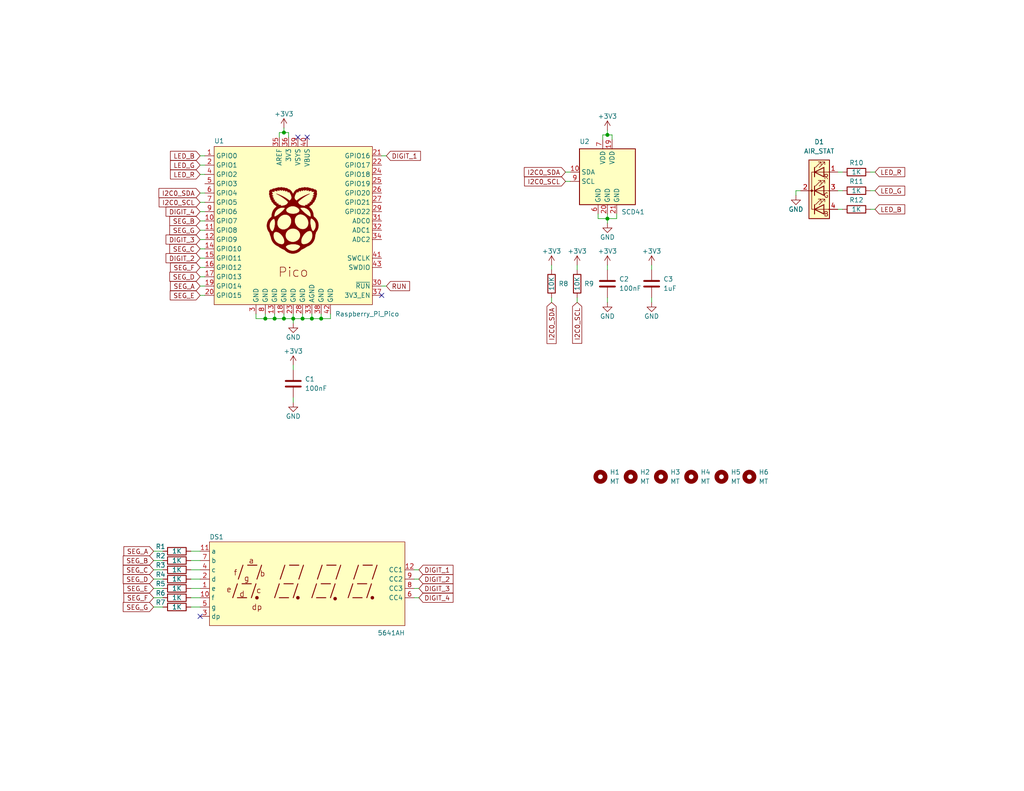
<source format=kicad_sch>
(kicad_sch (version 20211123) (generator eeschema)
  (paper "A")
  (title_block (title "Raspberry Pi Pico SCD41 CO2 Meter") (date "2022-07-16") (rev "1A") (company "MKEngineering") (comment 1 "Author: Mike Kushnerik"))
  (lib_symbols
    (symbol "Device:C" (pin_numbers hide) (pin_names (offset 0.254))
      (property "Reference" "C" (at 0.635 2.54 0))
      (property "Value" "C" (at 0.635 -2.54 0))
      (symbol "C_1_1"
        (pin passive line (at 0 3.81 270) (length 2.794) (name "~") (number "1"))
        (pin passive line (at 0 -3.81 90) (length 2.794) (name "~") (number "2"))
      )
    )
    (symbol "Device:LED_RKGB" (pin_names (offset 0) hide)
      (property "Reference" "D" (at 0 9.398 0))
      (property "Value" "LED_RKGB" (at 0 -8.89 0))
      (symbol "LED_RKGB_0_0"
        (text "B" (at 1.905 -6.35 0) (effects (font (size 1.27 1.27))))
        (text "G" (at 1.905 -1.27 0) (effects (font (size 1.27 1.27))))
        (text "R" (at 1.905 3.81 0) (effects (font (size 1.27 1.27))))
      )
      (symbol "LED_RKGB_1_1"
        (pin passive line (at 5.08 5.08 180) (length 2.54) (name "RA") (number "1"))
        (pin passive line (at -5.08 0 0) (length 2.54) (name "K") (number "2"))
        (pin passive line (at 5.08 0 180) (length 2.54) (name "GA") (number "3"))
        (pin passive line (at 5.08 -5.08 180) (length 2.54) (name "BA") (number "4"))
      )
    )
    (symbol "Device:R" (pin_numbers hide) (pin_names (offset 0))
      (property "Reference" "R" (at 2.032 0 90))
      (property "Value" "R" (at 0 0 90))
      (symbol "R_1_1"
        (pin passive line (at 0 3.81 270) (length 1.27) (name "~") (number "1"))
        (pin passive line (at 0 -3.81 90) (length 1.27) (name "~") (number "2"))
      )
    )
    (symbol "Mechanical:MountingHole" (pin_names (offset 1.016))
      (property "Reference" "H" (at 0 5.08 0))
      (property "Value" "MountingHole" (at 0 3.175 0))
    )
    (symbol "pico-scd4x-co2-monitor:5641AH"
      (property "Reference" "DS" (at -26.67 12.7 0))
      (property "Value" "5641AH" (at 26.67 -12.7 0))
      (symbol "5641AH_0_0"
        (text "a" (at -15.24 6.35 0) (effects (font (size 1.524 1.524))))
        (text "b" (at -12.192 2.794 0) (effects (font (size 1.524 1.524))))
        (text "c" (at -13.208 -1.778 0) (effects (font (size 1.524 1.524))))
        (text "d" (at -17.78 -2.794 0) (effects (font (size 1.524 1.524))))
        (text "dp" (at -13.716 -6.35 0) (effects (font (size 1.524 1.524))))
        (text "e" (at -21.336 -1.524 0) (effects (font (size 1.524 1.524))))
        (text "f" (at -19.558 3.048 0) (effects (font (size 1.524 1.524))))
        (text "g" (at -16.51 1.524 0) (effects (font (size 1.524 1.524))))
      )
      (symbol "5641AH_1_1"
        (pin input line (at -29.21 -1.27 0) (length 2.54) (name "e") (number "1"))
        (pin input line (at -29.21 -3.81 0) (length 2.54) (name "f") (number "10"))
        (pin input line (at -29.21 8.89 0) (length 2.54) (name "a") (number "11"))
        (pin input line (at 29.21 3.81 180) (length 2.54) (name "CC1") (number "12"))
        (pin input line (at -29.21 1.27 0) (length 2.54) (name "d") (number "2"))
        (pin input line (at -29.21 -8.89 0) (length 2.54) (name "dp") (number "3"))
        (pin input line (at -29.21 3.81 0) (length 2.54) (name "c") (number "4"))
        (pin input line (at -29.21 -6.35 0) (length 2.54) (name "g") (number "5"))
        (pin input line (at 29.21 -3.81 180) (length 2.54) (name "CC4") (number "6"))
        (pin input line (at -29.21 6.35 0) (length 2.54) (name "b") (number "7"))
        (pin input line (at 29.21 -1.27 180) (length 2.54) (name "CC3") (number "8"))
        (pin input line (at 29.21 1.27 180) (length 2.54) (name "CC2") (number "9"))
      )
    )
    (symbol "pico-scd4x-co2-monitor:Raspberry_Pi_Pico"
      (property "Reference" "U" (at -21.59 22.86 0))
      (property "Value" "Raspberry_Pi_Pico" (at 12.7 -22.86 0))
      (symbol "Raspberry_Pi_Pico_0_0"
        (text "Pico" (at 0 -12.7 0) (effects (font (size 2.543 2.543))))
      )
      (symbol "Raspberry_Pi_Pico_1_1"
        (pin bidirectional line (at -24.13 19.05 0) (length 2.54) (name "GPIO0") (number "1"))
        (pin bidirectional line (at -24.13 1.27 0) (length 2.54) (name "GPIO7") (number "10"))
        (pin bidirectional line (at -24.13 -1.27 0) (length 2.54) (name "GPIO8") (number "11"))
        (pin bidirectional line (at -24.13 -3.81 0) (length 2.54) (name "GPIO9") (number "12"))
        (pin power_in line (at -5.08 -24.13 90) (length 2.54) (name "GND") (number "13"))
        (pin bidirectional line (at -24.13 -6.35 0) (length 2.54) (name "GPIO10") (number "14"))
        (pin bidirectional line (at -24.13 -8.89 0) (length 2.54) (name "GPIO11") (number "15"))
        (pin bidirectional line (at -24.13 -11.43 0) (length 2.54) (name "GPIO12") (number "16"))
        (pin bidirectional line (at -24.13 -13.97 0) (length 2.54) (name "GPIO13") (number "17"))
        (pin power_in line (at -2.54 -24.13 90) (length 2.54) (name "GND") (number "18"))
        (pin bidirectional line (at -24.13 -16.51 0) (length 2.54) (name "GPIO14") (number "19"))
        (pin bidirectional line (at -24.13 16.51 0) (length 2.54) (name "GPIO1") (number "2"))
        (pin bidirectional line (at -24.13 -19.05 0) (length 2.54) (name "GPIO15") (number "20"))
        (pin bidirectional line (at 24.13 19.05 180) (length 2.54) (name "GPIO16") (number "21"))
        (pin bidirectional line (at 24.13 16.51 180) (length 2.54) (name "GPIO17") (number "22"))
        (pin power_in line (at 0 -24.13 90) (length 2.54) (name "GND") (number "23"))
        (pin bidirectional line (at 24.13 13.97 180) (length 2.54) (name "GPIO18") (number "24"))
        (pin bidirectional line (at 24.13 11.43 180) (length 2.54) (name "GPIO19") (number "25"))
        (pin bidirectional line (at 24.13 8.89 180) (length 2.54) (name "GPIO20") (number "26"))
        (pin bidirectional line (at 24.13 6.35 180) (length 2.54) (name "GPIO21") (number "27"))
        (pin power_in line (at 2.54 -24.13 90) (length 2.54) (name "GND") (number "28"))
        (pin bidirectional line (at 24.13 3.81 180) (length 2.54) (name "GPIO22") (number "29"))
        (pin power_in line (at -10.16 -24.13 90) (length 2.54) (name "GND") (number "3"))
        (pin input line (at 24.13 -16.51 180) (length 2.54) (name "~{RUN}") (number "30"))
        (pin bidirectional line (at 24.13 1.27 180) (length 2.54) (name "ADC0") (number "31"))
        (pin bidirectional line (at 24.13 -1.27 180) (length 2.54) (name "ADC1") (number "32"))
        (pin power_in line (at 5.08 -24.13 90) (length 2.54) (name "AGND") (number "33"))
        (pin bidirectional line (at 24.13 -3.81 180) (length 2.54) (name "ADC2") (number "34"))
        (pin power_in line (at -3.81 24.13 270) (length 2.54) (name "AREF") (number "35"))
        (pin power_in line (at -1.27 24.13 270) (length 2.54) (name "3V3") (number "36"))
        (pin input line (at 24.13 -19.05 180) (length 2.54) (name "3V3_EN") (number "37"))
        (pin power_in line (at 7.62 -24.13 90) (length 2.54) (name "GND") (number "38"))
        (pin power_out line (at 1.27 24.13 270) (length 2.54) (name "VSYS") (number "39"))
        (pin bidirectional line (at -24.13 13.97 0) (length 2.54) (name "GPIO2") (number "4"))
        (pin power_in line (at 3.81 24.13 270) (length 2.54) (name "VBUS") (number "40"))
        (pin bidirectional line (at 24.13 -8.89 180) (length 2.54) (name "SWCLK") (number "41"))
        (pin power_in line (at 10.16 -24.13 90) (length 2.54) (name "GND") (number "42"))
        (pin bidirectional line (at 24.13 -11.43 180) (length 2.54) (name "SWDIO") (number "43"))
        (pin bidirectional line (at -24.13 11.43 0) (length 2.54) (name "GPIO3") (number "5"))
        (pin bidirectional line (at -24.13 8.89 0) (length 2.54) (name "GPIO4") (number "6"))
        (pin bidirectional line (at -24.13 6.35 0) (length 2.54) (name "GPIO5") (number "7"))
        (pin power_in line (at -7.62 -24.13 90) (length 2.54) (name "GND") (number "8"))
        (pin bidirectional line (at -24.13 3.81 0) (length 2.54) (name "GPIO6") (number "9"))
      )
    )
    (symbol "pico-scd4x-co2-monitor:SCD41"
      (property "Reference" "U" (at -7.366 9.144 0))
      (property "Value" "SCD41" (at 6.35 -9.144 0))
      (symbol "SCD41_1_1"
        (pin no_connect line (at 22.86 15.24 180) (length 2.54) hide (name "DNC") (number "1"))
        (pin bidirectional line (at -10.16 1.27 0) (length 2.54) (name "SDA") (number "10"))
        (pin no_connect line (at 22.86 0 180) (length 2.54) hide (name "DNC") (number "11"))
        (pin no_connect line (at 22.86 -2.54 180) (length 2.54) hide (name "DNC") (number "12"))
        (pin no_connect line (at 22.86 -5.08 180) (length 2.54) hide (name "DNC") (number "13"))
        (pin no_connect line (at 22.86 -7.62 180) (length 2.54) hide (name "DNC") (number "14"))
        (pin no_connect line (at 22.86 -10.16 180) (length 2.54) hide (name "DNC") (number "15"))
        (pin no_connect line (at 22.86 -12.7 180) (length 2.54) hide (name "DNC") (number "16"))
        (pin no_connect line (at 22.86 -15.24 180) (length 2.54) hide (name "DNC") (number "17"))
        (pin no_connect line (at 22.86 -17.78 180) (length 2.54) hide (name "DNC") (number "18"))
        (pin power_in line (at 1.27 10.16 270) (length 2.54) (name "VDD") (number "19"))
        (pin no_connect line (at 22.86 12.7 180) (length 2.54) hide (name "DNC") (number "2"))
        (pin power_in line (at 0 -10.16 90) (length 2.54) (name "GND") (number "20"))
        (pin power_in line (at 2.54 -10.16 90) (length 2.54) (name "GND") (number "21"))
        (pin no_connect line (at 22.86 10.16 180) (length 2.54) hide (name "DNC") (number "3"))
        (pin no_connect line (at 22.86 7.62 180) (length 2.54) hide (name "DNC") (number "4"))
        (pin no_connect line (at 22.86 5.08 180) (length 2.54) hide (name "DNC") (number "5"))
        (pin power_in line (at -2.54 -10.16 90) (length 2.54) (name "GND") (number "6"))
        (pin power_in line (at -1.27 10.16 270) (length 2.54) (name "VDD") (number "7"))
        (pin no_connect line (at 22.86 2.54 180) (length 2.54) hide (name "DNC") (number "8"))
        (pin input line (at -10.16 -1.27 0) (length 2.54) (name "SCL") (number "9"))
      )
    )
    (symbol "power:+3.3V" (power) (pin_names (offset 0))
      (property "Value" "+3.3V" (at 0 3.556 0))
      (symbol "+3.3V_1_1"
        (pin power_in line (at 0 0 90) (length 0) hide (name "+3V3") (number "1"))
      )
    )
    (symbol "power:GND" (power) (pin_names (offset 0))
      (property "Value" "GND" (at 0 -3.81 0))
      (symbol "GND_1_1"
        (pin power_in line (at 0 0 270) (length 0) hide (name "GND") (number "1"))
      )
    )
  )
  (junction (at 165.735 36.83))
  (junction (at 77.47 36.195))
  (junction (at 80.01 86.995))
  (junction (at 77.47 86.995))
  (junction (at 87.63 86.995))
  (junction (at 72.39 86.995))
  (junction (at 85.09 86.995))
  (junction (at 74.93 86.995))
  (junction (at 165.735 59.69))
  (junction (at 82.55 86.995))
  (no_connect (at 54.61 168.275))
  (no_connect (at 104.14 80.645))
  (no_connect (at 83.82 37.465))
  (no_connect (at 81.28 37.465))
  (wire (pts (xy 113.03 160.655) (xy 114.3 160.655)))
  (wire (pts (xy 74.93 85.725) (xy 74.93 86.995)))
  (wire (pts (xy 87.63 85.725) (xy 87.63 86.995)))
  (wire (pts (xy 87.63 86.995) (xy 85.09 86.995)))
  (wire (pts (xy 41.91 160.655) (xy 44.45 160.655)))
  (wire (pts (xy 237.49 52.07) (xy 238.76 52.07)))
  (wire (pts (xy 52.07 165.735) (xy 54.61 165.735)))
  (wire (pts (xy 77.47 85.725) (xy 77.47 86.995)))
  (wire (pts (xy 41.91 150.495) (xy 44.45 150.495)))
  (wire (pts (xy 154.305 49.53) (xy 155.575 49.53)))
  (wire (pts (xy 72.39 85.725) (xy 72.39 86.995)))
  (wire (pts (xy 165.735 58.42) (xy 165.735 59.69)))
  (wire (pts (xy 78.74 36.195) (xy 77.47 36.195)))
  (wire (pts (xy 104.14 42.545) (xy 105.41 42.545)))
  (wire (pts (xy 77.47 86.995) (xy 80.01 86.995)))
  (wire (pts (xy 154.305 46.99) (xy 155.575 46.99)))
  (wire (pts (xy 228.6 52.07) (xy 229.87 52.07)))
  (wire (pts (xy 52.07 163.195) (xy 54.61 163.195)))
  (wire (pts (xy 78.74 37.465) (xy 78.74 36.195)))
  (wire (pts (xy 167.005 36.83) (xy 165.735 36.83)))
  (wire (pts (xy 41.91 165.735) (xy 44.45 165.735)))
  (wire (pts (xy 82.55 85.725) (xy 82.55 86.995)))
  (wire (pts (xy 177.8 72.39) (xy 177.8 73.66)))
  (wire (pts (xy 54.61 62.865) (xy 55.88 62.865)))
  (wire (pts (xy 41.91 163.195) (xy 44.45 163.195)))
  (wire (pts (xy 168.275 59.69) (xy 165.735 59.69)))
  (wire (pts (xy 163.195 58.42) (xy 163.195 59.69)))
  (wire (pts (xy 54.61 47.625) (xy 55.88 47.625)))
  (wire (pts (xy 157.48 81.28) (xy 157.48 82.55)))
  (wire (pts (xy 217.17 53.34) (xy 217.17 52.07)))
  (wire (pts (xy 54.61 75.565) (xy 55.88 75.565)))
  (wire (pts (xy 150.495 72.39) (xy 150.495 73.66)))
  (wire (pts (xy 54.61 67.945) (xy 55.88 67.945)))
  (wire (pts (xy 82.55 86.995) (xy 80.01 86.995)))
  (wire (pts (xy 228.6 46.99) (xy 229.87 46.99)))
  (wire (pts (xy 157.48 72.39) (xy 157.48 73.66)))
  (wire (pts (xy 113.03 155.575) (xy 114.3 155.575)))
  (wire (pts (xy 228.6 57.15) (xy 229.87 57.15)))
  (wire (pts (xy 164.465 36.83) (xy 165.735 36.83)))
  (wire (pts (xy 54.61 65.405) (xy 55.88 65.405)))
  (wire (pts (xy 54.61 45.085) (xy 55.88 45.085)))
  (wire (pts (xy 177.8 81.28) (xy 177.8 82.55)))
  (wire (pts (xy 80.01 108.585) (xy 80.01 109.855)))
  (wire (pts (xy 52.07 158.115) (xy 54.61 158.115)))
  (wire (pts (xy 237.49 57.15) (xy 238.76 57.15)))
  (wire (pts (xy 52.07 153.035) (xy 54.61 153.035)))
  (wire (pts (xy 54.61 70.485) (xy 55.88 70.485)))
  (wire (pts (xy 150.495 81.28) (xy 150.495 82.55)))
  (wire (pts (xy 76.2 36.195) (xy 77.47 36.195)))
  (wire (pts (xy 168.275 58.42) (xy 168.275 59.69)))
  (wire (pts (xy 52.07 150.495) (xy 54.61 150.495)))
  (wire (pts (xy 54.61 55.245) (xy 55.88 55.245)))
  (wire (pts (xy 41.91 158.115) (xy 44.45 158.115)))
  (wire (pts (xy 76.2 37.465) (xy 76.2 36.195)))
  (wire (pts (xy 54.61 42.545) (xy 55.88 42.545)))
  (wire (pts (xy 113.03 163.195) (xy 114.3 163.195)))
  (wire (pts (xy 85.09 85.725) (xy 85.09 86.995)))
  (wire (pts (xy 163.195 59.69) (xy 165.735 59.69)))
  (wire (pts (xy 52.07 160.655) (xy 54.61 160.655)))
  (wire (pts (xy 54.61 57.785) (xy 55.88 57.785)))
  (wire (pts (xy 104.14 78.105) (xy 105.41 78.105)))
  (wire (pts (xy 69.85 85.725) (xy 69.85 86.995)))
  (wire (pts (xy 52.07 155.575) (xy 54.61 155.575)))
  (wire (pts (xy 72.39 86.995) (xy 74.93 86.995)))
  (wire (pts (xy 80.01 85.725) (xy 80.01 86.995)))
  (wire (pts (xy 167.005 38.1) (xy 167.005 36.83)))
  (wire (pts (xy 165.735 81.28) (xy 165.735 82.55)))
  (wire (pts (xy 90.17 86.995) (xy 87.63 86.995)))
  (wire (pts (xy 80.01 86.995) (xy 80.01 88.265)))
  (wire (pts (xy 54.61 73.025) (xy 55.88 73.025)))
  (wire (pts (xy 90.17 85.725) (xy 90.17 86.995)))
  (wire (pts (xy 165.735 36.83) (xy 165.735 35.56)))
  (wire (pts (xy 54.61 52.705) (xy 55.88 52.705)))
  (wire (pts (xy 165.735 59.69) (xy 165.735 60.96)))
  (wire (pts (xy 54.61 78.105) (xy 55.88 78.105)))
  (wire (pts (xy 54.61 80.645) (xy 55.88 80.645)))
  (wire (pts (xy 41.91 155.575) (xy 44.45 155.575)))
  (wire (pts (xy 113.03 158.115) (xy 114.3 158.115)))
  (wire (pts (xy 74.93 86.995) (xy 77.47 86.995)))
  (wire (pts (xy 85.09 86.995) (xy 82.55 86.995)))
  (wire (pts (xy 77.47 36.195) (xy 77.47 34.925)))
  (wire (pts (xy 69.85 86.995) (xy 72.39 86.995)))
  (wire (pts (xy 217.17 52.07) (xy 218.44 52.07)))
  (wire (pts (xy 165.735 72.39) (xy 165.735 73.66)))
  (wire (pts (xy 41.91 153.035) (xy 44.45 153.035)))
  (wire (pts (xy 237.49 46.99) (xy 238.76 46.99)))
  (wire (pts (xy 54.61 60.325) (xy 55.88 60.325)))
  (wire (pts (xy 164.465 38.1) (xy 164.465 36.83)))
  (wire (pts (xy 80.01 99.695) (xy 80.01 100.965)))
  (global_label "SEG_E" (shape input) (at 54.61 80.645 180) (property "Intersheet References" "${INTERSHEET_REFS}" (effects hide)))
  (global_label "DIGIT_2" (shape input) (at 54.61 70.485 180) (property "Intersheet References" "${INTERSHEET_REFS}" (effects hide)))
  (global_label "SEG_A" (shape input) (at 41.91 150.495 180) (property "Intersheet References" "${INTERSHEET_REFS}" (effects hide)))
  (global_label "SEG_B" (shape input) (at 54.61 60.325 180) (property "Intersheet References" "${INTERSHEET_REFS}" (effects hide)))
  (global_label "LED_G" (shape input) (at 54.61 45.085 180) (property "Intersheet References" "${INTERSHEET_REFS}" (effects hide)))
  (global_label "SEG_B" (shape input) (at 41.91 153.035 180) (property "Intersheet References" "${INTERSHEET_REFS}" (effects hide)))
  (global_label "I2C0_SDA" (shape input) (at 54.61 52.705 180) (property "Intersheet References" "${INTERSHEET_REFS}" (effects hide)))
  (global_label "SEG_F" (shape input) (at 54.61 73.025 180) (property "Intersheet References" "${INTERSHEET_REFS}" (effects hide)))
  (global_label "I2C0_SCL" (shape input) (at 154.305 49.53 180) (property "Intersheet References" "${INTERSHEET_REFS}" (effects hide)))
  (global_label "DIGIT_2" (shape input) (at 114.3 158.115 0) (property "Intersheet References" "${INTERSHEET_REFS}" (effects hide)))
  (global_label "SEG_D" (shape input) (at 41.91 158.115 180) (property "Intersheet References" "${INTERSHEET_REFS}" (effects hide)))
  (global_label "DIGIT_4" (shape input) (at 54.61 57.785 180) (property "Intersheet References" "${INTERSHEET_REFS}" (effects hide)))
  (global_label "LED_B" (shape input) (at 54.61 42.545 180) (property "Intersheet References" "${INTERSHEET_REFS}" (effects hide)))
  (global_label "RUN" (shape input) (at 105.41 78.105 0) (property "Intersheet References" "${INTERSHEET_REFS}" (effects hide)))
  (global_label "LED_B" (shape input) (at 238.76 57.15 0) (property "Intersheet References" "${INTERSHEET_REFS}" (effects hide)))
  (global_label "SEG_G" (shape input) (at 54.61 62.865 180) (property "Intersheet References" "${INTERSHEET_REFS}" (effects hide)))
  (global_label "SEG_G" (shape input) (at 41.91 165.735 180) (property "Intersheet References" "${INTERSHEET_REFS}" (effects hide)))
  (global_label "LED_R" (shape input) (at 238.76 46.99 0) (property "Intersheet References" "${INTERSHEET_REFS}" (effects hide)))
  (global_label "I2C0_SDA" (shape input) (at 150.495 82.55 270) (property "Intersheet References" "${INTERSHEET_REFS}" (effects hide)))
  (global_label "DIGIT_1" (shape input) (at 105.41 42.545 0) (property "Intersheet References" "${INTERSHEET_REFS}" (effects hide)))
  (global_label "DIGIT_3" (shape input) (at 114.3 160.655 0) (property "Intersheet References" "${INTERSHEET_REFS}" (effects hide)))
  (global_label "SEG_C" (shape input) (at 41.91 155.575 180) (property "Intersheet References" "${INTERSHEET_REFS}" (effects hide)))
  (global_label "SEG_D" (shape input) (at 54.61 75.565 180) (property "Intersheet References" "${INTERSHEET_REFS}" (effects hide)))
  (global_label "DIGIT_3" (shape input) (at 54.61 65.405 180) (property "Intersheet References" "${INTERSHEET_REFS}" (effects hide)))
  (global_label "I2C0_SCL" (shape input) (at 54.61 55.245 180) (property "Intersheet References" "${INTERSHEET_REFS}" (effects hide)))
  (global_label "SEG_E" (shape input) (at 41.91 160.655 180) (property "Intersheet References" "${INTERSHEET_REFS}" (effects hide)))
  (global_label "SEG_C" (shape input) (at 54.61 67.945 180) (property "Intersheet References" "${INTERSHEET_REFS}" (effects hide)))
  (global_label "I2C0_SDA" (shape input) (at 154.305 46.99 180) (property "Intersheet References" "${INTERSHEET_REFS}" (effects hide)))
  (global_label "SEG_F" (shape input) (at 41.91 163.195 180) (property "Intersheet References" "${INTERSHEET_REFS}" (effects hide)))
  (global_label "DIGIT_1" (shape input) (at 114.3 155.575 0) (property "Intersheet References" "${INTERSHEET_REFS}" (effects hide)))
  (global_label "SEG_A" (shape input) (at 54.61 78.105 180) (property "Intersheet References" "${INTERSHEET_REFS}" (effects hide)))
  (global_label "I2C0_SCL" (shape input) (at 157.48 82.55 270) (property "Intersheet References" "${INTERSHEET_REFS}" (effects hide)))
  (global_label "DIGIT_4" (shape input) (at 114.3 163.195 0) (property "Intersheet References" "${INTERSHEET_REFS}" (effects hide)))
  (global_label "LED_G" (shape input) (at 238.76 52.07 0) (property "Intersheet References" "${INTERSHEET_REFS}" (effects hide)))
  (global_label "LED_R" (shape input) (at 54.61 47.625 180) (property "Intersheet References" "${INTERSHEET_REFS}" (effects hide)))
  (symbol (lib_id "Device:R") (at 48.26 158.115 90) (unit 1)
    (property "Reference" "R4" (at 43.815 156.845 90))
    (property "Value" "1K" (at 48.26 158.115 90))
    (property "Footprint" "Resistor_SMD:R_0603_1608Metric" (effects hide))
  )
  (symbol (lib_id "power:+3.3V") (at 177.8 72.39 0) (unit 1)
    (property "Reference" "#PWR011" (effects hide))
    (property "Value" "+3.3V" (at 177.8 68.58 0))
  )
  (symbol (lib_id "Device:R") (at 233.68 52.07 90) (unit 1)
    (property "Reference" "R11" (at 233.68 49.53 90))
    (property "Value" "1K" (at 233.68 52.07 90))
    (property "Footprint" "Resistor_SMD:R_0603_1608Metric" (effects hide))
  )
  (symbol (lib_id "Device:R") (at 48.26 155.575 90) (unit 1)
    (property "Reference" "R3" (at 43.815 154.305 90))
    (property "Value" "1K" (at 48.26 155.575 90))
    (property "Footprint" "Resistor_SMD:R_0603_1608Metric" (effects hide))
  )
  (symbol (lib_id "power:+3.3V") (at 165.735 35.56 0) (unit 1)
    (property "Reference" "#PWR07" (effects hide))
    (property "Value" "+3.3V" (at 165.735 31.75 0))
  )
  (symbol (lib_id "power:+3.3V") (at 77.47 34.925 0) (unit 1)
    (property "Reference" "#PWR01" (effects hide))
    (property "Value" "+3.3V" (at 77.47 31.115 0))
  )
  (symbol (lib_id "pico-scd4x-co2-monitor:5641AH") (at 83.82 159.385 0) (unit 1)
    (property "Reference" "DS1" (at 57.15 147.32 0) (effects (justify left bottom)))
    (property "Value" "5641AH" (at 110.49 172.085 0) (effects (justify right top)))
    (property "Footprint" "pico-scd4x-co2-monitor:5641AH" (effects hide))
  )
  (symbol (lib_id "power:GND") (at 177.8 82.55 0) (unit 1)
    (property "Reference" "#PWR012" (effects hide))
    (property "Value" "GND" (at 177.8 86.36 0))
  )
  (symbol (lib_id "Device:R") (at 48.26 165.735 90) (unit 1)
    (property "Reference" "R7" (at 43.815 164.465 90))
    (property "Value" "1K" (at 48.26 165.735 90))
    (property "Footprint" "Resistor_SMD:R_0603_1608Metric" (effects hide))
  )
  (symbol (lib_id "Device:R") (at 233.68 46.99 90) (unit 1)
    (property "Reference" "R10" (at 233.68 44.45 90))
    (property "Value" "1K" (at 233.68 46.99 90))
    (property "Footprint" "Resistor_SMD:R_0603_1608Metric" (effects hide))
  )
  (symbol (lib_id "Device:R") (at 150.495 77.47 0) (unit 1)
    (property "Reference" "R8" (at 152.4 77.47 0) (effects (justify left)))
    (property "Value" "10K" (at 150.495 77.47 90))
    (property "Footprint" "Resistor_SMD:R_0603_1608Metric" (effects hide))
  )
  (symbol (lib_id "power:+3.3V") (at 150.495 72.39 0) (unit 1)
    (property "Reference" "#PWR05" (effects hide))
    (property "Value" "+3.3V" (at 150.495 68.58 0))
  )
  (symbol (lib_id "Device:C") (at 80.01 104.775 0) (unit 1)
    (property "Reference" "C1" (at 83.185 103.505 0) (effects (justify left)))
    (property "Value" "100nF" (at 83.185 106.045 0) (effects (justify left)))
    (property "Footprint" "Capacitor_SMD:C_0603_1608Metric" (effects hide))
  )
  (symbol (lib_id "Device:R") (at 157.48 77.47 0) (unit 1)
    (property "Reference" "R9" (at 159.385 77.47 0) (effects (justify left)))
    (property "Value" "10K" (at 157.48 77.47 90))
    (property "Footprint" "Resistor_SMD:R_0603_1608Metric" (effects hide))
  )
  (symbol (lib_id "power:+3.3V") (at 157.48 72.39 0) (unit 1)
    (property "Reference" "#PWR06" (effects hide))
    (property "Value" "+3.3V" (at 157.48 68.58 0))
  )
  (symbol (lib_id "Device:LED_RKGB") (at 223.52 52.07 0) (unit 1)
    (property "Reference" "D1" (at 223.52 38.735 0))
    (property "Value" "AIR_STAT" (at 223.52 41.275 0))
    (property "Footprint" "LED_THT:LED_D5.0mm-4_RGB" (effects hide))
  )
  (symbol (lib_id "Device:R") (at 233.68 57.15 90) (unit 1)
    (property "Reference" "R12" (at 233.68 54.61 90))
    (property "Value" "1K" (at 233.68 57.15 90))
    (property "Footprint" "Resistor_SMD:R_0603_1608Metric" (effects hide))
  )
  (symbol (lib_id "Device:R") (at 48.26 153.035 90) (unit 1)
    (property "Reference" "R2" (at 43.815 151.765 90))
    (property "Value" "1K" (at 48.26 153.035 90))
    (property "Footprint" "Resistor_SMD:R_0603_1608Metric" (effects hide))
  )
  (symbol (lib_id "power:GND") (at 80.01 109.855 0) (unit 1)
    (property "Reference" "#PWR04" (effects hide))
    (property "Value" "GND" (at 80.01 113.665 0))
  )
  (symbol (lib_id "Mechanical:MountingHole") (at 180.34 130.175 0) (unit 1)
    (property "Reference" "H3" (at 182.88 128.9049 0) (effects (justify left)))
    (property "Value" "MT" (at 182.88 131.4449 0) (effects (justify left)))
    (property "Footprint" "MountingHole:MountingHole_2.2mm_M2" (effects hide))
  )
  (symbol (lib_id "power:+3.3V") (at 165.735 72.39 0) (unit 1)
    (property "Reference" "#PWR09" (effects hide))
    (property "Value" "+3.3V" (at 165.735 68.58 0))
  )
  (symbol (lib_id "Device:C") (at 177.8 77.47 0) (unit 1)
    (property "Reference" "C3" (at 180.975 76.2 0) (effects (justify left)))
    (property "Value" "1uF" (at 180.975 78.74 0) (effects (justify left)))
    (property "Footprint" "Capacitor_SMD:C_0603_1608Metric" (effects hide))
  )
  (symbol (lib_id "Mechanical:MountingHole") (at 188.595 130.175 0) (unit 1)
    (property "Reference" "H4" (at 191.135 128.9049 0) (effects (justify left)))
    (property "Value" "MT" (at 191.135 131.4449 0) (effects (justify left)))
    (property "Footprint" "MountingHole:MountingHole_2.2mm_M2" (effects hide))
  )
  (symbol (lib_id "Mechanical:MountingHole") (at 204.47 130.175 0) (unit 1)
    (property "Reference" "H6" (at 207.01 128.9049 0) (effects (justify left)))
    (property "Value" "MT" (at 207.01 131.4449 0) (effects (justify left)))
    (property "Footprint" "MountingHole:MountingHole_2.2mm_M2" (effects hide))
  )
  (symbol (lib_id "power:GND") (at 217.17 53.34 0) (unit 1)
    (property "Reference" "#PWR013" (effects hide))
    (property "Value" "GND" (at 217.17 57.15 0))
  )
  (symbol (lib_id "Device:C") (at 165.735 77.47 0) (unit 1)
    (property "Reference" "C2" (at 168.91 76.2 0) (effects (justify left)))
    (property "Value" "100nF" (at 168.91 78.74 0) (effects (justify left)))
    (property "Footprint" "Capacitor_SMD:C_0603_1608Metric" (effects hide))
  )
  (symbol (lib_id "pico-scd4x-co2-monitor:Raspberry_Pi_Pico") (at 80.01 61.595 0) (unit 1)
    (property "Reference" "U1" (at 58.42 38.481 0) (effects (justify left)))
    (property "Value" "Raspberry_Pi_Pico" (at 91.44 85.725 0) (effects (justify left)))
    (property "Footprint" "pico-scd4x-co2-monitor:RPi_Pico_SMD" (effects hide))
  )
  (symbol (lib_id "Device:R") (at 48.26 160.655 90) (unit 1)
    (property "Reference" "R5" (at 43.815 159.385 90))
    (property "Value" "1K" (at 48.26 160.655 90))
    (property "Footprint" "Resistor_SMD:R_0603_1608Metric" (effects hide))
  )
  (symbol (lib_id "power:GND") (at 165.735 60.96 0) (unit 1)
    (property "Reference" "#PWR08" (effects hide))
    (property "Value" "GND" (at 165.735 64.77 0))
  )
  (symbol (lib_id "Mechanical:MountingHole") (at 163.83 130.175 0) (unit 1)
    (property "Reference" "H1" (at 166.37 128.9049 0) (effects (justify left)))
    (property "Value" "MT" (at 166.37 131.4449 0) (effects (justify left)))
    (property "Footprint" "MountingHole:MountingHole_2.2mm_M2" (effects hide))
  )
  (symbol (lib_id "power:GND") (at 80.01 88.265 0) (unit 1)
    (property "Reference" "#PWR02" (effects hide))
    (property "Value" "GND" (at 80.01 92.075 0))
  )
  (symbol (lib_id "power:+3.3V") (at 80.01 99.695 0) (unit 1)
    (property "Reference" "#PWR03" (effects hide))
    (property "Value" "+3.3V" (at 80.01 95.885 0))
  )
  (symbol (lib_id "Mechanical:MountingHole") (at 172.085 130.175 0) (unit 1)
    (property "Reference" "H2" (at 174.625 128.9049 0) (effects (justify left)))
    (property "Value" "MT" (at 174.625 131.4449 0) (effects (justify left)))
    (property "Footprint" "MountingHole:MountingHole_2.2mm_M2" (effects hide))
  )
  (symbol (lib_id "Device:R") (at 48.26 150.495 90) (unit 1)
    (property "Reference" "R1" (at 43.815 149.225 90))
    (property "Value" "1K" (at 48.26 150.495 90))
    (property "Footprint" "Resistor_SMD:R_0603_1608Metric" (effects hide))
  )
  (symbol (lib_id "Device:R") (at 48.26 163.195 90) (unit 1)
    (property "Reference" "R6" (at 43.815 161.925 90))
    (property "Value" "1K" (at 48.26 163.195 90))
    (property "Footprint" "Resistor_SMD:R_0603_1608Metric" (effects hide))
  )
  (symbol (lib_id "power:GND") (at 165.735 82.55 0) (unit 1)
    (property "Reference" "#PWR010" (effects hide))
    (property "Value" "GND" (at 165.735 86.36 0))
  )
  (symbol (lib_id "Mechanical:MountingHole") (at 196.85 130.175 0) (unit 1)
    (property "Reference" "H5" (at 199.39 128.9049 0) (effects (justify left)))
    (property "Value" "MT" (at 199.39 131.4449 0) (effects (justify left)))
    (property "Footprint" "MountingHole:MountingHole_2.2mm_M2" (effects hide))
  )
  (symbol (lib_id "pico-scd4x-co2-monitor:SCD41") (at 165.735 48.26 0) (unit 1)
    (property "Reference" "U2" (at 158.115 39.37 0) (effects (justify left bottom)))
    (property "Value" "SCD41" (at 169.545 57.15 0) (effects (justify left top)))
    (property "Footprint" "pico-scd4x-co2-monitor:SCD41DR2" (effects hide))
  )
)
</source>
